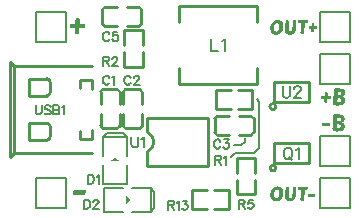
<source format=gto>
G04 Layer: TopSilkLayer*
G04 EasyEDA v6.4.7, 2020-12-07T01:06:49--5:00*
G04 5e8349f5503448508ce6795c89dbbb90,9f54a757970e4a3cb0a7e8d24ad546a0,10*
G04 Gerber Generator version 0.2*
G04 Scale: 100 percent, Rotated: No, Reflected: No *
G04 Dimensions in millimeters *
G04 leading zeros omitted , absolute positions ,3 integer and 3 decimal *
%FSLAX33Y33*%
%MOMM*%
G90*
D02*

%ADD10C,0.254000*%
%ADD28C,0.150012*%
%ADD29C,0.200000*%
%ADD30C,0.203200*%
%ADD31C,0.202999*%
%ADD32C,0.152400*%

%LPD*%
G54D28*
G01X18400Y6299D02*
G01X18400Y6599D01*
G01X17499Y5999D02*
G01X18100Y5999D01*
G01X18400Y6299D01*
G01X17200Y4999D02*
G01X17600Y5399D01*
G01X19200Y5399D01*
G01X19600Y5799D01*
G01X19600Y9699D01*
G01X19400Y9899D01*
G54D10*
G01X13949Y2201D02*
G01X13949Y601D01*
G01X15800Y606D02*
G01X17050Y606D01*
G01X15800Y2206D02*
G01X17050Y2206D01*
G01X15199Y601D02*
G01X13949Y601D01*
G01X15199Y2201D02*
G01X13949Y2201D01*
G01X17050Y2206D02*
G01X17050Y606D01*
G54D29*
G01X8849Y2399D02*
G01X10449Y2399D01*
G01X10449Y399D01*
G01X8849Y399D01*
G01X8049Y399D02*
G01X6449Y399D01*
G01X6449Y2399D01*
G01X8049Y2399D01*
G01X10449Y2399D02*
G01X10449Y2399D01*
G01X10749Y2099D01*
G01X10749Y699D01*
G01X10749Y699D01*
G01X10449Y399D01*
G54D10*
G01X19299Y4950D02*
G01X17699Y4950D01*
G01X17704Y3099D02*
G01X17704Y1849D01*
G01X19304Y3099D02*
G01X19304Y1849D01*
G01X17699Y3699D02*
G01X17699Y4950D01*
G01X19299Y3699D02*
G01X19299Y4950D01*
G01X19304Y1849D02*
G01X17704Y1849D01*
G01X20861Y6215D02*
G01X23858Y6215D01*
G01X23858Y6215D02*
G01X23858Y4488D01*
G01X23858Y4488D02*
G01X20861Y4488D01*
G01X20861Y4488D02*
G01X20861Y6215D01*
G01X12834Y17799D02*
G01X19434Y17799D01*
G01X19434Y16481D01*
G01X19434Y12518D02*
G01X19434Y11200D01*
G01X12834Y11200D01*
G01X12834Y12518D01*
G01X12834Y16481D02*
G01X12834Y17799D01*
G01X20851Y11411D02*
G01X23848Y11411D01*
G01X23848Y11411D02*
G01X23848Y9684D01*
G01X23848Y9684D02*
G01X20851Y9684D01*
G01X20851Y9684D02*
G01X20851Y11411D01*
G54D29*
G01X6400Y5149D02*
G01X6400Y6749D01*
G01X8400Y6749D01*
G01X8400Y5149D01*
G01X8400Y4349D02*
G01X8400Y2749D01*
G01X6400Y2749D01*
G01X6400Y4349D01*
G01X6400Y6749D02*
G01X6400Y6749D01*
G01X6700Y7049D01*
G01X8100Y7049D01*
G01X8100Y7049D01*
G01X8400Y6749D01*
G54D10*
G01X10150Y8350D02*
G01X15250Y8350D01*
G01X15249Y8350D02*
G01X15249Y4249D01*
G01X15249Y4249D02*
G01X10149Y4249D01*
G01X10150Y7100D02*
G01X10150Y8350D01*
G01X10150Y5499D02*
G01X10150Y4249D01*
G54D30*
G01X27269Y11230D02*
G01X24729Y11230D01*
G01X24729Y13770D01*
G01X27269Y13770D01*
G01X27269Y11865D01*
G54D31*
G01X27269Y11230D02*
G01X27269Y11865D01*
G54D30*
G01X27269Y14729D02*
G01X24729Y14729D01*
G01X24729Y17269D01*
G01X27269Y17269D01*
G01X27269Y15364D01*
G54D31*
G01X27269Y14729D02*
G01X27269Y15364D01*
G54D30*
G01X27269Y4229D02*
G01X24729Y4229D01*
G01X24729Y6769D01*
G01X27269Y6769D01*
G01X27269Y4864D01*
G54D31*
G01X27269Y4229D02*
G01X27269Y4864D01*
G54D30*
G01X27269Y729D02*
G01X24729Y729D01*
G01X24729Y3269D01*
G01X27269Y3269D01*
G01X27269Y1364D01*
G54D31*
G01X27269Y729D02*
G01X27269Y1364D01*
G54D10*
G01X9800Y15749D02*
G01X8199Y15749D01*
G01X8205Y13899D02*
G01X8205Y12649D01*
G01X9805Y13899D02*
G01X9805Y12649D01*
G01X8199Y14499D02*
G01X8199Y15749D01*
G01X9800Y14499D02*
G01X9800Y15749D01*
G01X9805Y12649D02*
G01X8205Y12649D01*
G01X15950Y10700D02*
G01X15950Y9099D01*
G01X17800Y9105D02*
G01X19050Y9105D01*
G01X17800Y10705D02*
G01X19050Y10705D01*
G01X17200Y9099D02*
G01X15950Y9099D01*
G01X17200Y10700D02*
G01X15950Y10700D01*
G01X19050Y10705D02*
G01X19050Y9105D01*
G01X8299Y10749D02*
G01X9500Y10749D01*
G01X8099Y8699D02*
G01X8099Y7699D01*
G01X9700Y8699D02*
G01X9700Y7699D01*
G01X8099Y9500D02*
G01X8099Y10499D01*
G01X9700Y9500D02*
G01X9700Y10499D01*
G01X8299Y7449D02*
G01X9500Y7449D01*
G01X8099Y7649D02*
G01X8099Y7699D01*
G01X9700Y7649D02*
G01X9700Y7699D01*
G01X8099Y10549D02*
G01X8099Y10499D01*
G01X9700Y10549D02*
G01X9700Y10499D01*
G01X15850Y7099D02*
G01X15850Y8299D01*
G01X17900Y6899D02*
G01X18900Y6899D01*
G01X17900Y8500D02*
G01X18900Y8500D01*
G01X17099Y6899D02*
G01X16100Y6899D01*
G01X17099Y8500D02*
G01X16100Y8500D01*
G01X19150Y7099D02*
G01X19150Y8299D01*
G01X18950Y6899D02*
G01X18900Y6899D01*
G01X18950Y8500D02*
G01X18900Y8500D01*
G01X16050Y6899D02*
G01X16100Y6899D01*
G01X16050Y8500D02*
G01X16100Y8500D01*
G01X6399Y10749D02*
G01X7600Y10749D01*
G01X6199Y8699D02*
G01X6199Y7699D01*
G01X7800Y8699D02*
G01X7800Y7699D01*
G01X6199Y9500D02*
G01X6199Y10499D01*
G01X7800Y9500D02*
G01X7800Y10499D01*
G01X6399Y7449D02*
G01X7600Y7449D01*
G01X6199Y7649D02*
G01X6199Y7699D01*
G01X7800Y7649D02*
G01X7800Y7699D01*
G01X6199Y10549D02*
G01X6199Y10499D01*
G01X7800Y10549D02*
G01X7800Y10499D01*
G01X9649Y17500D02*
G01X9649Y16299D01*
G01X7599Y17700D02*
G01X6599Y17700D01*
G01X7599Y16099D02*
G01X6599Y16099D01*
G01X8400Y17700D02*
G01X9399Y17700D01*
G01X8400Y16099D02*
G01X9399Y16099D01*
G01X6349Y17500D02*
G01X6349Y16299D01*
G01X6549Y17700D02*
G01X6599Y17700D01*
G01X6549Y16099D02*
G01X6599Y16099D01*
G01X9449Y17700D02*
G01X9399Y17700D01*
G01X9449Y16099D02*
G01X9399Y16099D01*
G54D30*
G01X3269Y14729D02*
G01X729Y14729D01*
G01X729Y17269D01*
G01X3269Y17269D01*
G01X3269Y15364D01*
G54D31*
G01X3269Y14729D02*
G01X3269Y15364D01*
G54D30*
G01X3269Y729D02*
G01X729Y729D01*
G01X729Y3269D01*
G01X3269Y3269D01*
G01X3269Y1364D01*
G54D31*
G01X3269Y729D02*
G01X3269Y1364D01*
G54D10*
G01X5426Y7296D02*
G01X5426Y6536D01*
G01X5426Y6561D02*
G01X4426Y6561D01*
G01X4426Y7261D01*
G01X5426Y11561D02*
G01X5426Y10801D01*
G01X5426Y12761D02*
G01X-1173Y12761D01*
G01X5426Y5361D02*
G01X-1173Y5361D01*
G01X-1173Y12761D02*
G01X-1173Y5361D01*
G01X-1173Y5361D02*
G01X-1473Y5061D01*
G01X-1173Y12761D02*
G01X-1473Y13061D01*
G01X-1473Y5061D01*
G01X5426Y11561D02*
G01X4426Y11561D01*
G01X4426Y10861D01*
G01X126Y11661D02*
G01X1626Y11661D01*
G01X1926Y11361D02*
G01X1926Y10561D01*
G01X126Y10211D02*
G01X1626Y10211D01*
G01X126Y11661D02*
G01X126Y10261D01*
G01X126Y7886D02*
G01X1626Y7886D01*
G01X1926Y7586D02*
G01X1926Y6786D01*
G01X126Y6436D02*
G01X1626Y6436D01*
G01X126Y7886D02*
G01X126Y6486D01*
G54D32*
G01X11899Y1307D02*
G01X11899Y542D01*
G01X11899Y1307D02*
G01X12227Y1307D01*
G01X12336Y1271D01*
G01X12372Y1233D01*
G01X12407Y1162D01*
G01X12407Y1088D01*
G01X12372Y1015D01*
G01X12336Y979D01*
G01X12227Y943D01*
G01X11899Y943D01*
G01X12153Y943D02*
G01X12407Y542D01*
G01X12649Y1162D02*
G01X12722Y1197D01*
G01X12829Y1307D01*
G01X12829Y542D01*
G01X13144Y1307D02*
G01X13543Y1307D01*
G01X13324Y1015D01*
G01X13434Y1015D01*
G01X13507Y979D01*
G01X13543Y943D01*
G01X13578Y834D01*
G01X13578Y761D01*
G01X13543Y651D01*
G01X13469Y580D01*
G01X13362Y542D01*
G01X13253Y542D01*
G01X13144Y580D01*
G01X13106Y616D01*
G01X13070Y689D01*
G01X4801Y1407D02*
G01X4801Y642D01*
G01X4801Y1407D02*
G01X5055Y1407D01*
G01X5164Y1371D01*
G01X5235Y1298D01*
G01X5273Y1224D01*
G01X5309Y1115D01*
G01X5309Y934D01*
G01X5273Y825D01*
G01X5235Y752D01*
G01X5164Y680D01*
G01X5055Y642D01*
G01X4801Y642D01*
G01X5586Y1224D02*
G01X5586Y1262D01*
G01X5621Y1333D01*
G01X5657Y1371D01*
G01X5730Y1407D01*
G01X5875Y1407D01*
G01X5949Y1371D01*
G01X5984Y1333D01*
G01X6023Y1262D01*
G01X6023Y1188D01*
G01X5984Y1115D01*
G01X5913Y1006D01*
G01X5548Y642D01*
G01X6058Y642D01*
G01X17899Y1406D02*
G01X17899Y644D01*
G01X17899Y1406D02*
G01X18226Y1406D01*
G01X18336Y1370D01*
G01X18371Y1335D01*
G01X18409Y1261D01*
G01X18409Y1190D01*
G01X18371Y1116D01*
G01X18336Y1081D01*
G01X18226Y1042D01*
G01X17899Y1042D01*
G01X18155Y1042D02*
G01X18409Y644D01*
G01X19085Y1406D02*
G01X18722Y1406D01*
G01X18686Y1081D01*
G01X18722Y1116D01*
G01X18831Y1152D01*
G01X18940Y1152D01*
G01X19049Y1116D01*
G01X19120Y1042D01*
G01X19159Y933D01*
G01X19159Y862D01*
G01X19120Y753D01*
G01X19049Y679D01*
G01X18940Y644D01*
G01X18831Y644D01*
G01X18722Y679D01*
G01X18686Y715D01*
G01X18648Y788D01*
G01X21977Y5798D02*
G01X21889Y5755D01*
G01X21797Y5664D01*
G01X21751Y5572D01*
G01X21706Y5435D01*
G01X21706Y5209D01*
G01X21751Y5072D01*
G01X21797Y4980D01*
G01X21889Y4891D01*
G01X21977Y4846D01*
G01X22160Y4846D01*
G01X22252Y4891D01*
G01X22343Y4980D01*
G01X22386Y5072D01*
G01X22432Y5209D01*
G01X22432Y5435D01*
G01X22386Y5572D01*
G01X22343Y5664D01*
G01X22252Y5755D01*
G01X22160Y5798D01*
G01X21977Y5798D01*
G01X22115Y5026D02*
G01X22386Y4754D01*
G01X22732Y5618D02*
G01X22823Y5664D01*
G01X22960Y5798D01*
G01X22960Y4846D01*
G01X15534Y15053D02*
G01X15534Y13963D01*
G01X15534Y13963D02*
G01X16157Y13963D01*
G01X16500Y14844D02*
G01X16604Y14898D01*
G01X16761Y15053D01*
G01X16761Y13963D01*
G01X21601Y11009D02*
G01X21601Y10326D01*
G01X21644Y10192D01*
G01X21735Y10100D01*
G01X21872Y10054D01*
G01X21964Y10054D01*
G01X22098Y10100D01*
G01X22190Y10192D01*
G01X22236Y10326D01*
G01X22236Y11009D01*
G01X22581Y10781D02*
G01X22581Y10827D01*
G01X22627Y10918D01*
G01X22673Y10964D01*
G01X22764Y11009D01*
G01X22944Y11009D01*
G01X23036Y10964D01*
G01X23081Y10918D01*
G01X23127Y10827D01*
G01X23127Y10735D01*
G01X23081Y10646D01*
G01X22990Y10509D01*
G01X22535Y10054D01*
G01X23173Y10054D01*
G01X5100Y3508D02*
G01X5100Y2743D01*
G01X5100Y3508D02*
G01X5354Y3508D01*
G01X5464Y3470D01*
G01X5535Y3399D01*
G01X5573Y3325D01*
G01X5608Y3216D01*
G01X5608Y3033D01*
G01X5573Y2924D01*
G01X5535Y2853D01*
G01X5464Y2779D01*
G01X5354Y2743D01*
G01X5100Y2743D01*
G01X5850Y3361D02*
G01X5921Y3399D01*
G01X6030Y3508D01*
G01X6030Y2743D01*
G01X8799Y6707D02*
G01X8799Y6094D01*
G01X8840Y5970D01*
G01X8923Y5889D01*
G01X9045Y5848D01*
G01X9127Y5848D01*
G01X9249Y5889D01*
G01X9332Y5970D01*
G01X9373Y6094D01*
G01X9373Y6707D01*
G01X9642Y6544D02*
G01X9724Y6585D01*
G01X9848Y6707D01*
G01X9848Y5848D01*

%LPD*%
G36*
G01X25257Y10541D02*
G01X25214Y10541D01*
G01X25203Y10539D01*
G01X25195Y10537D01*
G01X25189Y10533D01*
G01X25187Y10528D01*
G01X25185Y10518D01*
G01X25183Y10503D01*
G01X25182Y10483D01*
G01X25179Y10439D01*
G01X25176Y10398D01*
G01X25173Y10359D01*
G01X25169Y10323D01*
G01X25166Y10289D01*
G01X25164Y10257D01*
G01X25161Y10226D01*
G01X25159Y10196D01*
G01X24999Y10196D01*
G01X24977Y10195D01*
G01X24958Y10193D01*
G01X24940Y10188D01*
G01X24925Y10183D01*
G01X24912Y10176D01*
G01X24901Y10169D01*
G01X24890Y10161D01*
G01X24882Y10152D01*
G01X24875Y10142D01*
G01X24869Y10131D01*
G01X24865Y10119D01*
G01X24862Y10107D01*
G01X24859Y10094D01*
G01X24858Y10081D01*
G01X24857Y10069D01*
G01X24856Y10056D01*
G01X24855Y10044D01*
G01X24854Y10033D01*
G01X24853Y10023D01*
G01X24851Y10015D01*
G01X24851Y9975D01*
G01X24853Y9964D01*
G01X24857Y9957D01*
G01X24865Y9953D01*
G01X24874Y9952D01*
G01X25138Y9952D01*
G01X25136Y9921D01*
G01X25134Y9895D01*
G01X25132Y9873D01*
G01X25131Y9855D01*
G01X25130Y9840D01*
G01X25128Y9794D01*
G01X25129Y9772D01*
G01X25131Y9752D01*
G01X25134Y9733D01*
G01X25138Y9716D01*
G01X25144Y9698D01*
G01X25151Y9683D01*
G01X25160Y9668D01*
G01X25169Y9655D01*
G01X25182Y9644D01*
G01X25196Y9634D01*
G01X25214Y9626D01*
G01X25232Y9619D01*
G01X25253Y9613D01*
G01X25277Y9609D01*
G01X25302Y9607D01*
G01X25331Y9606D01*
G01X25343Y9607D01*
G01X25353Y9608D01*
G01X25360Y9611D01*
G01X25364Y9614D01*
G01X25369Y9619D01*
G01X25372Y9626D01*
G01X25374Y9634D01*
G01X25375Y9644D01*
G01X25400Y9952D01*
G01X25557Y9952D01*
G01X25599Y9954D01*
G01X25632Y9961D01*
G01X25658Y9972D01*
G01X25677Y9987D01*
G01X25690Y10008D01*
G01X25699Y10031D01*
G01X25706Y10057D01*
G01X25710Y10086D01*
G01X25715Y10168D01*
G01X25714Y10174D01*
G01X25712Y10179D01*
G01X25709Y10184D01*
G01X25705Y10188D01*
G01X25700Y10192D01*
G01X25695Y10194D01*
G01X25690Y10195D01*
G01X25684Y10196D01*
G01X25420Y10196D01*
G01X25424Y10228D01*
G01X25427Y10256D01*
G01X25429Y10278D01*
G01X25430Y10297D01*
G01X25430Y10379D01*
G01X25429Y10399D01*
G01X25426Y10417D01*
G01X25423Y10434D01*
G01X25417Y10452D01*
G01X25410Y10467D01*
G01X25401Y10481D01*
G01X25390Y10493D01*
G01X25378Y10504D01*
G01X25363Y10515D01*
G01X25347Y10522D01*
G01X25329Y10528D01*
G01X25308Y10534D01*
G01X25283Y10538D01*
G01X25257Y10541D01*
G37*

%LPD*%
G36*
G01X26325Y10836D02*
G01X26292Y10836D01*
G01X26256Y10835D01*
G01X26218Y10833D01*
G01X26177Y10831D01*
G01X26135Y10829D01*
G01X26087Y10827D01*
G01X26034Y10824D01*
G01X25977Y10820D01*
G01X25970Y10820D01*
G01X25960Y10818D01*
G01X25956Y10815D01*
G01X25953Y10812D01*
G01X25950Y10808D01*
G01X25948Y10804D01*
G01X25946Y10798D01*
G01X25945Y10792D01*
G01X25945Y10785D01*
G01X25944Y10777D01*
G01X25944Y10767D01*
G01X25943Y10756D01*
G01X25942Y10744D01*
G01X25942Y10731D01*
G01X25941Y10716D01*
G01X25941Y10676D01*
G01X25940Y10662D01*
G01X25938Y10645D01*
G01X25937Y10623D01*
G01X25936Y10597D01*
G01X25933Y10565D01*
G01X25930Y10527D01*
G01X25927Y10484D01*
G01X25923Y10434D01*
G01X25914Y10312D01*
G01X25900Y10152D01*
G01X25896Y10084D01*
G01X25891Y10022D01*
G01X25887Y9965D01*
G01X25883Y9914D01*
G01X25879Y9869D01*
G01X25877Y9828D01*
G01X25874Y9791D01*
G01X25872Y9759D01*
G01X25870Y9731D01*
G01X25868Y9707D01*
G01X25866Y9686D01*
G01X25865Y9667D01*
G01X25864Y9652D01*
G01X25863Y9638D01*
G01X25863Y9627D01*
G01X25862Y9616D01*
G01X25864Y9587D01*
G01X25867Y9560D01*
G01X25872Y9535D01*
G01X25880Y9512D01*
G01X25891Y9490D01*
G01X25905Y9471D01*
G01X25923Y9454D01*
G01X25944Y9439D01*
G01X25967Y9424D01*
G01X25995Y9413D01*
G01X26027Y9403D01*
G01X26063Y9395D01*
G01X26104Y9389D01*
G01X26150Y9384D01*
G01X26202Y9381D01*
G01X26259Y9380D01*
G01X26426Y9389D01*
G01X26563Y9416D01*
G01X26621Y9435D01*
G01X26674Y9458D01*
G01X26719Y9483D01*
G01X26759Y9512D01*
G01X26793Y9544D01*
G01X26822Y9578D01*
G01X26845Y9615D01*
G01X26863Y9655D01*
G01X26877Y9696D01*
G01X26886Y9738D01*
G01X26892Y9782D01*
G01X26894Y9827D01*
G01X26890Y9883D01*
G01X26882Y9934D01*
G01X26867Y9982D01*
G01X26845Y10025D01*
G01X26817Y10064D01*
G01X26780Y10096D01*
G01X26735Y10122D01*
G01X26680Y10142D01*
G01X26711Y10152D01*
G01X26738Y10165D01*
G01X26763Y10179D01*
G01X26784Y10196D01*
G01X26804Y10213D01*
G01X26821Y10232D01*
G01X26837Y10252D01*
G01X26850Y10274D01*
G01X26861Y10299D01*
G01X26870Y10323D01*
G01X26878Y10348D01*
G01X26883Y10373D01*
G01X26888Y10399D01*
G01X26891Y10424D01*
G01X26893Y10448D01*
G01X26894Y10472D01*
G01X26891Y10514D01*
G01X26885Y10553D01*
G01X26875Y10590D01*
G01X26861Y10625D01*
G01X26843Y10658D01*
G01X26821Y10688D01*
G01X26793Y10715D01*
G01X26761Y10739D01*
G01X26725Y10761D01*
G01X26683Y10780D01*
G01X26636Y10797D01*
G01X26584Y10810D01*
G01X26464Y10830D01*
G01X26325Y10836D01*
G37*

%LPC*%
G36*
G01X26370Y10000D02*
G01X26347Y10000D01*
G01X26333Y9998D01*
G01X26317Y9997D01*
G01X26302Y9995D01*
G01X26285Y9992D01*
G01X26269Y9990D01*
G01X26251Y9987D01*
G01X26231Y9662D01*
G01X26266Y9652D01*
G01X26299Y9645D01*
G01X26330Y9641D01*
G01X26360Y9639D01*
G01X26390Y9640D01*
G01X26416Y9644D01*
G01X26439Y9649D01*
G01X26459Y9657D01*
G01X26477Y9667D01*
G01X26493Y9677D01*
G01X26506Y9690D01*
G01X26518Y9703D01*
G01X26528Y9716D01*
G01X26536Y9730D01*
G01X26542Y9746D01*
G01X26546Y9761D01*
G01X26549Y9778D01*
G01X26552Y9793D01*
G01X26553Y9808D01*
G01X26553Y9822D01*
G01X26551Y9859D01*
G01X26543Y9892D01*
G01X26530Y9922D01*
G01X26513Y9949D01*
G01X26489Y9972D01*
G01X26457Y9987D01*
G01X26418Y9997D01*
G01X26370Y10000D01*
G37*
G36*
G01X26391Y10559D02*
G01X26380Y10559D01*
G01X26369Y10558D01*
G01X26356Y10557D01*
G01X26342Y10556D01*
G01X26329Y10555D01*
G01X26314Y10553D01*
G01X26301Y10551D01*
G01X26286Y10549D01*
G01X26285Y10522D01*
G01X26284Y10493D01*
G01X26283Y10461D01*
G01X26281Y10427D01*
G01X26279Y10392D01*
G01X26276Y10355D01*
G01X26274Y10315D01*
G01X26271Y10274D01*
G01X26302Y10268D01*
G01X26332Y10263D01*
G01X26360Y10260D01*
G01X26386Y10259D01*
G01X26414Y10260D01*
G01X26440Y10263D01*
G01X26463Y10268D01*
G01X26482Y10274D01*
G01X26499Y10281D01*
G01X26514Y10290D01*
G01X26527Y10299D01*
G01X26538Y10310D01*
G01X26548Y10321D01*
G01X26555Y10332D01*
G01X26561Y10345D01*
G01X26566Y10358D01*
G01X26569Y10371D01*
G01X26572Y10383D01*
G01X26573Y10395D01*
G01X26573Y10406D01*
G01X26571Y10437D01*
G01X26563Y10465D01*
G01X26551Y10492D01*
G01X26533Y10516D01*
G01X26509Y10534D01*
G01X26477Y10548D01*
G01X26438Y10556D01*
G01X26391Y10559D01*
G37*

%LPD*%

%LPD*%
G36*
G01X24142Y16369D02*
G01X24105Y16369D01*
G01X24096Y16368D01*
G01X24089Y16366D01*
G01X24086Y16364D01*
G01X24083Y16360D01*
G01X24081Y16351D01*
G01X24080Y16338D01*
G01X24078Y16321D01*
G01X24076Y16284D01*
G01X24073Y16249D01*
G01X24071Y16215D01*
G01X24068Y16184D01*
G01X24065Y16155D01*
G01X24063Y16128D01*
G01X24062Y16102D01*
G01X24060Y16077D01*
G01X23905Y16077D01*
G01X23888Y16075D01*
G01X23873Y16072D01*
G01X23860Y16067D01*
G01X23849Y16061D01*
G01X23839Y16055D01*
G01X23831Y16048D01*
G01X23824Y16039D01*
G01X23818Y16030D01*
G01X23814Y16021D01*
G01X23809Y16011D01*
G01X23806Y16001D01*
G01X23804Y15979D01*
G01X23802Y15968D01*
G01X23801Y15958D01*
G01X23800Y15947D01*
G01X23799Y15938D01*
G01X23799Y15887D01*
G01X23800Y15879D01*
G01X23803Y15874D01*
G01X23808Y15870D01*
G01X23817Y15869D01*
G01X24043Y15869D01*
G01X24040Y15843D01*
G01X24038Y15821D01*
G01X24037Y15802D01*
G01X24035Y15788D01*
G01X24035Y15737D01*
G01X24037Y15699D01*
G01X24039Y15683D01*
G01X24043Y15668D01*
G01X24047Y15654D01*
G01X24053Y15640D01*
G01X24060Y15628D01*
G01X24068Y15617D01*
G01X24078Y15608D01*
G01X24090Y15599D01*
G01X24105Y15592D01*
G01X24121Y15584D01*
G01X24139Y15580D01*
G01X24159Y15577D01*
G01X24181Y15575D01*
G01X24205Y15574D01*
G01X24215Y15575D01*
G01X24224Y15576D01*
G01X24231Y15579D01*
G01X24236Y15582D01*
G01X24238Y15585D01*
G01X24240Y15591D01*
G01X24242Y15598D01*
G01X24243Y15607D01*
G01X24264Y15869D01*
G01X24398Y15869D01*
G01X24433Y15871D01*
G01X24462Y15877D01*
G01X24484Y15886D01*
G01X24500Y15899D01*
G01X24510Y15917D01*
G01X24518Y15937D01*
G01X24524Y15959D01*
G01X24528Y15983D01*
G01X24533Y16052D01*
G01X24532Y16058D01*
G01X24530Y16062D01*
G01X24527Y16067D01*
G01X24519Y16073D01*
G01X24515Y16075D01*
G01X24509Y16077D01*
G01X24281Y16077D01*
G01X24283Y16104D01*
G01X24286Y16127D01*
G01X24287Y16147D01*
G01X24289Y16164D01*
G01X24290Y16177D01*
G01X24291Y16191D01*
G01X24291Y16203D01*
G01X24292Y16214D01*
G01X24291Y16232D01*
G01X24290Y16249D01*
G01X24287Y16265D01*
G01X24284Y16280D01*
G01X24279Y16294D01*
G01X24273Y16306D01*
G01X24265Y16318D01*
G01X24256Y16329D01*
G01X24245Y16338D01*
G01X24233Y16346D01*
G01X24218Y16354D01*
G01X24203Y16359D01*
G01X24185Y16364D01*
G01X24165Y16367D01*
G01X24142Y16369D01*
G37*

%LPD*%
G36*
G01X23758Y16606D02*
G01X22999Y16606D01*
G01X22984Y16605D01*
G01X22971Y16603D01*
G01X22959Y16600D01*
G01X22937Y16590D01*
G01X22928Y16584D01*
G01X22919Y16577D01*
G01X22912Y16570D01*
G01X22906Y16561D01*
G01X22901Y16552D01*
G01X22896Y16542D01*
G01X22892Y16532D01*
G01X22889Y16521D01*
G01X22887Y16510D01*
G01X22886Y16499D01*
G01X22884Y16489D01*
G01X22879Y16392D01*
G01X22880Y16382D01*
G01X22884Y16375D01*
G01X22890Y16371D01*
G01X22900Y16369D01*
G01X23171Y16369D01*
G01X23168Y16333D01*
G01X23166Y16296D01*
G01X23162Y16257D01*
G01X23159Y16217D01*
G01X23156Y16176D01*
G01X23153Y16136D01*
G01X23146Y16054D01*
G01X23143Y16013D01*
G01X23140Y15971D01*
G01X23137Y15930D01*
G01X23133Y15889D01*
G01X23131Y15850D01*
G01X23128Y15811D01*
G01X23126Y15774D01*
G01X23123Y15739D01*
G01X23121Y15706D01*
G01X23119Y15675D01*
G01X23117Y15646D01*
G01X23116Y15620D01*
G01X23115Y15596D01*
G01X23114Y15576D01*
G01X23113Y15558D01*
G01X23113Y15544D01*
G01X23116Y15511D01*
G01X23123Y15483D01*
G01X23136Y15458D01*
G01X23154Y15437D01*
G01X23177Y15420D01*
G01X23207Y15409D01*
G01X23245Y15402D01*
G01X23288Y15399D01*
G01X23382Y15399D01*
G01X23390Y15401D01*
G01X23396Y15406D01*
G01X23400Y15413D01*
G01X23403Y15424D01*
G01X23466Y16369D01*
G01X23649Y16369D01*
G01X23684Y16371D01*
G01X23712Y16377D01*
G01X23735Y16387D01*
G01X23751Y16400D01*
G01X23762Y16417D01*
G01X23770Y16435D01*
G01X23775Y16457D01*
G01X23778Y16481D01*
G01X23786Y16583D01*
G01X23786Y16589D01*
G01X23782Y16597D01*
G01X23778Y16600D01*
G01X23768Y16605D01*
G01X23758Y16606D01*
G37*

%LPD*%
G36*
G01X21983Y16606D02*
G01X21891Y16606D01*
G01X21884Y16605D01*
G01X21879Y16604D01*
G01X21874Y16601D01*
G01X21871Y16598D01*
G01X21867Y16591D01*
G01X21864Y16582D01*
G01X21862Y16570D01*
G01X21861Y16555D01*
G01X21860Y16538D01*
G01X21859Y16517D01*
G01X21858Y16493D01*
G01X21856Y16466D01*
G01X21853Y16436D01*
G01X21850Y16404D01*
G01X21847Y16370D01*
G01X21843Y16334D01*
G01X21840Y16297D01*
G01X21837Y16259D01*
G01X21834Y16220D01*
G01X21830Y16181D01*
G01X21827Y16141D01*
G01X21825Y16102D01*
G01X21821Y16062D01*
G01X21818Y16024D01*
G01X21815Y15988D01*
G01X21813Y15953D01*
G01X21810Y15919D01*
G01X21807Y15887D01*
G01X21806Y15857D01*
G01X21805Y15830D01*
G01X21805Y15785D01*
G01X21806Y15744D01*
G01X21810Y15704D01*
G01X21818Y15667D01*
G01X21828Y15630D01*
G01X21840Y15595D01*
G01X21857Y15561D01*
G01X21876Y15530D01*
G01X21899Y15501D01*
G01X21925Y15474D01*
G01X21955Y15451D01*
G01X21988Y15431D01*
G01X22026Y15414D01*
G01X22067Y15400D01*
G01X22112Y15389D01*
G01X22161Y15383D01*
G01X22214Y15381D01*
G01X22267Y15383D01*
G01X22315Y15389D01*
G01X22361Y15399D01*
G01X22402Y15412D01*
G01X22441Y15427D01*
G01X22476Y15444D01*
G01X22509Y15464D01*
G01X22539Y15485D01*
G01X22565Y15509D01*
G01X22590Y15535D01*
G01X22611Y15563D01*
G01X22630Y15592D01*
G01X22647Y15622D01*
G01X22662Y15652D01*
G01X22675Y15683D01*
G01X22686Y15714D01*
G01X22697Y15746D01*
G01X22706Y15777D01*
G01X22713Y15810D01*
G01X22719Y15841D01*
G01X22724Y15871D01*
G01X22728Y15899D01*
G01X22731Y15927D01*
G01X22735Y15953D01*
G01X22737Y15986D01*
G01X22740Y16021D01*
G01X22742Y16059D01*
G01X22745Y16100D01*
G01X22747Y16142D01*
G01X22750Y16182D01*
G01X22752Y16221D01*
G01X22755Y16260D01*
G01X22756Y16298D01*
G01X22757Y16334D01*
G01X22758Y16368D01*
G01X22760Y16400D01*
G01X22761Y16428D01*
G01X22762Y16451D01*
G01X22762Y16496D01*
G01X22761Y16508D01*
G01X22759Y16519D01*
G01X22757Y16529D01*
G01X22755Y16541D01*
G01X22751Y16551D01*
G01X22745Y16561D01*
G01X22737Y16570D01*
G01X22727Y16577D01*
G01X22715Y16584D01*
G01X22702Y16590D01*
G01X22686Y16595D01*
G01X22668Y16600D01*
G01X22647Y16603D01*
G01X22622Y16605D01*
G01X22595Y16606D01*
G01X22503Y16606D01*
G01X22495Y16605D01*
G01X22489Y16604D01*
G01X22484Y16601D01*
G01X22481Y16598D01*
G01X22478Y16591D01*
G01X22476Y16582D01*
G01X22475Y16570D01*
G01X22475Y16522D01*
G01X22474Y16499D01*
G01X22473Y16471D01*
G01X22470Y16440D01*
G01X22468Y16407D01*
G01X22465Y16372D01*
G01X22463Y16334D01*
G01X22459Y16293D01*
G01X22455Y16250D01*
G01X22451Y16206D01*
G01X22444Y16116D01*
G01X22440Y16071D01*
G01X22437Y16027D01*
G01X22435Y15983D01*
G01X22432Y15964D01*
G01X22429Y15943D01*
G01X22426Y15919D01*
G01X22422Y15892D01*
G01X22418Y15863D01*
G01X22412Y15835D01*
G01X22405Y15807D01*
G01X22397Y15780D01*
G01X22386Y15754D01*
G01X22372Y15730D01*
G01X22358Y15707D01*
G01X22341Y15686D01*
G01X22321Y15669D01*
G01X22298Y15658D01*
G01X22274Y15650D01*
G01X22247Y15648D01*
G01X22224Y15649D01*
G01X22205Y15654D01*
G01X22188Y15661D01*
G01X22176Y15671D01*
G01X22164Y15683D01*
G01X22154Y15696D01*
G01X22146Y15711D01*
G01X22140Y15727D01*
G01X22135Y15744D01*
G01X22130Y15762D01*
G01X22127Y15780D01*
G01X22125Y15798D01*
G01X22124Y15817D01*
G01X22122Y15851D01*
G01X22122Y15876D01*
G01X22123Y15889D01*
G01X22124Y15907D01*
G01X22125Y15927D01*
G01X22126Y15951D01*
G01X22128Y15977D01*
G01X22130Y16005D01*
G01X22133Y16034D01*
G01X22135Y16065D01*
G01X22137Y16097D01*
G01X22139Y16130D01*
G01X22140Y16164D01*
G01X22143Y16196D01*
G01X22145Y16228D01*
G01X22148Y16259D01*
G01X22150Y16288D01*
G01X22151Y16316D01*
G01X22153Y16342D01*
G01X22154Y16366D01*
G01X22155Y16387D01*
G01X22156Y16404D01*
G01X22157Y16417D01*
G01X22157Y16426D01*
G01X22158Y16430D01*
G01X22155Y16472D01*
G01X22149Y16508D01*
G01X22138Y16538D01*
G01X22122Y16562D01*
G01X22100Y16581D01*
G01X22070Y16595D01*
G01X22030Y16603D01*
G01X21983Y16606D01*
G37*

%LPD*%
G36*
G01X21248Y16624D02*
G01X21188Y16626D01*
G01X21026Y16611D01*
G01X20893Y16565D01*
G01X20785Y16494D01*
G01X20700Y16405D01*
G01X20667Y16355D01*
G01X20639Y16301D01*
G01X20616Y16243D01*
G01X20598Y16181D01*
G01X20576Y16053D01*
G01X20568Y15922D01*
G01X20569Y15866D01*
G01X20574Y15813D01*
G01X20581Y15761D01*
G01X20591Y15711D01*
G01X20604Y15664D01*
G01X20622Y15619D01*
G01X20644Y15577D01*
G01X20670Y15539D01*
G01X20698Y15505D01*
G01X20733Y15475D01*
G01X20772Y15448D01*
G01X20817Y15424D01*
G01X20866Y15406D01*
G01X20921Y15392D01*
G01X20982Y15384D01*
G01X21051Y15381D01*
G01X21112Y15383D01*
G01X21169Y15390D01*
G01X21222Y15401D01*
G01X21271Y15417D01*
G01X21317Y15436D01*
G01X21358Y15458D01*
G01X21396Y15483D01*
G01X21432Y15511D01*
G01X21464Y15540D01*
G01X21493Y15572D01*
G01X21518Y15606D01*
G01X21541Y15643D01*
G01X21561Y15680D01*
G01X21579Y15719D01*
G01X21596Y15758D01*
G01X21609Y15798D01*
G01X21621Y15838D01*
G01X21630Y15879D01*
G01X21637Y15918D01*
G01X21647Y15998D01*
G01X21650Y16036D01*
G01X21652Y16073D01*
G01X21652Y16108D01*
G01X21651Y16167D01*
G01X21646Y16224D01*
G01X21638Y16276D01*
G01X21627Y16326D01*
G01X21612Y16371D01*
G01X21594Y16414D01*
G01X21572Y16453D01*
G01X21546Y16489D01*
G01X21516Y16520D01*
G01X21482Y16547D01*
G01X21443Y16570D01*
G01X21401Y16590D01*
G01X21354Y16606D01*
G01X21303Y16617D01*
G01X21248Y16624D01*
G37*

%LPC*%
G36*
G01X21198Y16357D02*
G01X21152Y16362D01*
G01X21124Y16361D01*
G01X21097Y16357D01*
G01X21073Y16351D01*
G01X21051Y16341D01*
G01X21030Y16329D01*
G01X21010Y16315D01*
G01X20993Y16300D01*
G01X20977Y16283D01*
G01X20962Y16265D01*
G01X20949Y16245D01*
G01X20938Y16226D01*
G01X20929Y16204D01*
G01X20920Y16181D01*
G01X20913Y16158D01*
G01X20906Y16136D01*
G01X20896Y16090D01*
G01X20893Y16067D01*
G01X20889Y16044D01*
G01X20888Y16021D01*
G01X20885Y16001D01*
G01X20884Y15981D01*
G01X20883Y15962D01*
G01X20883Y15945D01*
G01X20886Y15873D01*
G01X20896Y15811D01*
G01X20913Y15760D01*
G01X20936Y15719D01*
G01X20964Y15688D01*
G01X20998Y15666D01*
G01X21038Y15653D01*
G01X21084Y15648D01*
G01X21120Y15651D01*
G01X21153Y15661D01*
G01X21184Y15676D01*
G01X21211Y15699D01*
G01X21233Y15724D01*
G01X21254Y15753D01*
G01X21271Y15784D01*
G01X21287Y15818D01*
G01X21299Y15854D01*
G01X21310Y15891D01*
G01X21319Y15928D01*
G01X21325Y15965D01*
G01X21329Y16001D01*
G01X21332Y16034D01*
G01X21334Y16065D01*
G01X21335Y16092D01*
G01X21332Y16151D01*
G01X21325Y16204D01*
G01X21312Y16250D01*
G01X21294Y16291D01*
G01X21269Y16322D01*
G01X21237Y16344D01*
G01X21198Y16357D01*
G37*

%LPD*%

%LPD*%
G36*
G01X25589Y7888D02*
G01X25045Y7888D01*
G01X25024Y7887D01*
G01X25004Y7885D01*
G01X24987Y7881D01*
G01X24972Y7875D01*
G01X24959Y7868D01*
G01X24947Y7861D01*
G01X24937Y7853D01*
G01X24929Y7845D01*
G01X24921Y7834D01*
G01X24916Y7823D01*
G01X24911Y7811D01*
G01X24908Y7799D01*
G01X24904Y7773D01*
G01X24901Y7748D01*
G01X24896Y7639D01*
G01X24897Y7630D01*
G01X24901Y7624D01*
G01X24909Y7620D01*
G01X24918Y7619D01*
G01X25462Y7619D01*
G01X25503Y7621D01*
G01X25536Y7627D01*
G01X25563Y7638D01*
G01X25581Y7654D01*
G01X25594Y7674D01*
G01X25604Y7697D01*
G01X25610Y7723D01*
G01X25614Y7751D01*
G01X25622Y7860D01*
G01X25621Y7866D01*
G01X25619Y7871D01*
G01X25616Y7876D01*
G01X25612Y7880D01*
G01X25607Y7884D01*
G01X25601Y7886D01*
G01X25589Y7888D01*
G37*

%LPD*%
G36*
G01X26285Y8635D02*
G01X26253Y8635D01*
G01X26218Y8634D01*
G01X26181Y8633D01*
G01X26140Y8632D01*
G01X26096Y8629D01*
G01X26048Y8626D01*
G01X25996Y8623D01*
G01X25940Y8619D01*
G01X25932Y8619D01*
G01X25927Y8618D01*
G01X25922Y8616D01*
G01X25919Y8614D01*
G01X25913Y8608D01*
G01X25911Y8604D01*
G01X25909Y8599D01*
G01X25908Y8592D01*
G01X25906Y8585D01*
G01X25905Y8577D01*
G01X25904Y8568D01*
G01X25904Y8507D01*
G01X25903Y8498D01*
G01X25902Y8488D01*
G01X25901Y8477D01*
G01X25901Y8463D01*
G01X25900Y8445D01*
G01X25899Y8423D01*
G01X25896Y8396D01*
G01X25895Y8365D01*
G01X25893Y8328D01*
G01X25890Y8285D01*
G01X25886Y8236D01*
G01X25877Y8113D01*
G01X25863Y7954D01*
G01X25858Y7885D01*
G01X25853Y7822D01*
G01X25849Y7765D01*
G01X25846Y7715D01*
G01X25842Y7669D01*
G01X25838Y7628D01*
G01X25836Y7592D01*
G01X25833Y7560D01*
G01X25832Y7531D01*
G01X25830Y7506D01*
G01X25829Y7484D01*
G01X25828Y7466D01*
G01X25827Y7450D01*
G01X25826Y7437D01*
G01X25826Y7425D01*
G01X25825Y7415D01*
G01X25826Y7386D01*
G01X25830Y7359D01*
G01X25835Y7334D01*
G01X25843Y7311D01*
G01X25853Y7290D01*
G01X25866Y7271D01*
G01X25883Y7254D01*
G01X25904Y7238D01*
G01X25929Y7224D01*
G01X25957Y7213D01*
G01X25990Y7203D01*
G01X26026Y7194D01*
G01X26067Y7188D01*
G01X26112Y7183D01*
G01X26163Y7180D01*
G01X26219Y7179D01*
G01X26389Y7188D01*
G01X26526Y7215D01*
G01X26584Y7235D01*
G01X26636Y7258D01*
G01X26682Y7285D01*
G01X26722Y7314D01*
G01X26756Y7345D01*
G01X26785Y7379D01*
G01X26808Y7415D01*
G01X26826Y7453D01*
G01X26839Y7495D01*
G01X26849Y7538D01*
G01X26854Y7582D01*
G01X26856Y7629D01*
G01X26853Y7683D01*
G01X26844Y7733D01*
G01X26830Y7781D01*
G01X26808Y7824D01*
G01X26780Y7863D01*
G01X26743Y7896D01*
G01X26697Y7923D01*
G01X26643Y7944D01*
G01X26674Y7952D01*
G01X26701Y7964D01*
G01X26725Y7978D01*
G01X26747Y7994D01*
G01X26767Y8013D01*
G01X26799Y8053D01*
G01X26811Y8076D01*
G01X26822Y8099D01*
G01X26833Y8123D01*
G01X26840Y8147D01*
G01X26846Y8172D01*
G01X26851Y8198D01*
G01X26854Y8223D01*
G01X26856Y8247D01*
G01X26856Y8271D01*
G01X26854Y8313D01*
G01X26848Y8353D01*
G01X26838Y8391D01*
G01X26823Y8426D01*
G01X26805Y8458D01*
G01X26782Y8488D01*
G01X26755Y8515D01*
G01X26724Y8541D01*
G01X26688Y8562D01*
G01X26646Y8581D01*
G01X26599Y8597D01*
G01X26547Y8612D01*
G01X26427Y8629D01*
G01X26285Y8635D01*
G37*

%LPC*%
G36*
G01X26333Y7799D02*
G01X26322Y7799D01*
G01X26308Y7798D01*
G01X26295Y7797D01*
G01X26280Y7796D01*
G01X26264Y7795D01*
G01X26247Y7793D01*
G01X26231Y7791D01*
G01X26214Y7789D01*
G01X26191Y7461D01*
G01X26227Y7452D01*
G01X26260Y7446D01*
G01X26292Y7442D01*
G01X26321Y7441D01*
G01X26351Y7442D01*
G01X26378Y7445D01*
G01X26402Y7451D01*
G01X26422Y7458D01*
G01X26440Y7468D01*
G01X26456Y7478D01*
G01X26469Y7489D01*
G01X26481Y7502D01*
G01X26490Y7516D01*
G01X26498Y7531D01*
G01X26504Y7546D01*
G01X26508Y7563D01*
G01X26512Y7579D01*
G01X26516Y7609D01*
G01X26516Y7624D01*
G01X26514Y7659D01*
G01X26506Y7692D01*
G01X26493Y7721D01*
G01X26475Y7748D01*
G01X26451Y7770D01*
G01X26419Y7786D01*
G01X26379Y7796D01*
G01X26333Y7799D01*
G37*
G36*
G01X26354Y8360D02*
G01X26330Y8360D01*
G01X26318Y8359D01*
G01X26305Y8358D01*
G01X26292Y8355D01*
G01X26277Y8353D01*
G01X26264Y8352D01*
G01X26249Y8350D01*
G01X26247Y8323D01*
G01X26245Y8293D01*
G01X26243Y8262D01*
G01X26242Y8228D01*
G01X26240Y8192D01*
G01X26239Y8154D01*
G01X26237Y8116D01*
G01X26234Y8076D01*
G01X26265Y8069D01*
G01X26295Y8064D01*
G01X26323Y8061D01*
G01X26348Y8060D01*
G01X26376Y8061D01*
G01X26401Y8064D01*
G01X26423Y8068D01*
G01X26442Y8073D01*
G01X26461Y8081D01*
G01X26476Y8089D01*
G01X26490Y8099D01*
G01X26501Y8109D01*
G01X26510Y8120D01*
G01X26518Y8132D01*
G01X26524Y8144D01*
G01X26529Y8157D01*
G01X26532Y8170D01*
G01X26534Y8182D01*
G01X26536Y8195D01*
G01X26536Y8208D01*
G01X26534Y8237D01*
G01X26526Y8265D01*
G01X26512Y8291D01*
G01X26493Y8314D01*
G01X26469Y8334D01*
G01X26438Y8349D01*
G01X26400Y8357D01*
G01X26354Y8360D01*
G37*

%LPD*%

%LPD*%
G36*
G01X24338Y1884D02*
G01X23876Y1884D01*
G01X23858Y1883D01*
G01X23841Y1881D01*
G01X23826Y1878D01*
G01X23813Y1874D01*
G01X23802Y1868D01*
G01X23792Y1862D01*
G01X23784Y1855D01*
G01X23777Y1848D01*
G01X23771Y1839D01*
G01X23766Y1829D01*
G01X23762Y1820D01*
G01X23759Y1810D01*
G01X23757Y1798D01*
G01X23755Y1787D01*
G01X23754Y1775D01*
G01X23754Y1764D01*
G01X23749Y1673D01*
G01X23750Y1665D01*
G01X23754Y1659D01*
G01X23759Y1656D01*
G01X23767Y1655D01*
G01X24229Y1655D01*
G01X24264Y1657D01*
G01X24293Y1663D01*
G01X24315Y1672D01*
G01X24331Y1686D01*
G01X24342Y1703D01*
G01X24350Y1723D01*
G01X24356Y1745D01*
G01X24359Y1769D01*
G01X24366Y1861D01*
G01X24366Y1866D01*
G01X24364Y1872D01*
G01X24361Y1876D01*
G01X24356Y1879D01*
G01X24352Y1881D01*
G01X24348Y1882D01*
G01X24338Y1884D01*
G37*

%LPD*%
G36*
G01X23759Y2506D02*
G01X23000Y2506D01*
G01X22985Y2505D01*
G01X22971Y2503D01*
G01X22958Y2500D01*
G01X22946Y2496D01*
G01X22936Y2490D01*
G01X22918Y2478D01*
G01X22911Y2470D01*
G01X22905Y2461D01*
G01X22900Y2452D01*
G01X22896Y2442D01*
G01X22893Y2432D01*
G01X22889Y2421D01*
G01X22887Y2409D01*
G01X22885Y2387D01*
G01X22880Y2293D01*
G01X22881Y2282D01*
G01X22885Y2275D01*
G01X22890Y2271D01*
G01X22898Y2270D01*
G01X23170Y2270D01*
G01X23167Y2233D01*
G01X23165Y2196D01*
G01X23162Y2157D01*
G01X23160Y2117D01*
G01X23153Y2035D01*
G01X23150Y1994D01*
G01X23147Y1952D01*
G01X23140Y1871D01*
G01X23137Y1830D01*
G01X23131Y1750D01*
G01X23127Y1711D01*
G01X23124Y1675D01*
G01X23122Y1640D01*
G01X23119Y1606D01*
G01X23117Y1575D01*
G01X23116Y1547D01*
G01X23114Y1520D01*
G01X23113Y1497D01*
G01X23112Y1476D01*
G01X23111Y1459D01*
G01X23111Y1444D01*
G01X23114Y1412D01*
G01X23122Y1383D01*
G01X23134Y1358D01*
G01X23152Y1338D01*
G01X23177Y1321D01*
G01X23208Y1309D01*
G01X23246Y1302D01*
G01X23289Y1299D01*
G01X23383Y1299D01*
G01X23391Y1301D01*
G01X23396Y1306D01*
G01X23400Y1314D01*
G01X23401Y1325D01*
G01X23467Y2270D01*
G01X23650Y2270D01*
G01X23685Y2271D01*
G01X23713Y2277D01*
G01X23736Y2287D01*
G01X23752Y2300D01*
G01X23762Y2317D01*
G01X23770Y2336D01*
G01X23776Y2357D01*
G01X23779Y2382D01*
G01X23785Y2483D01*
G01X23784Y2489D01*
G01X23783Y2494D01*
G01X23780Y2498D01*
G01X23777Y2501D01*
G01X23773Y2503D01*
G01X23769Y2504D01*
G01X23759Y2506D01*
G37*

%LPD*%
G36*
G01X21984Y2506D02*
G01X21890Y2506D01*
G01X21878Y2504D01*
G01X21873Y2501D01*
G01X21869Y2498D01*
G01X21866Y2492D01*
G01X21864Y2482D01*
G01X21862Y2470D01*
G01X21862Y2455D01*
G01X21860Y2438D01*
G01X21859Y2418D01*
G01X21856Y2394D01*
G01X21854Y2366D01*
G01X21852Y2336D01*
G01X21849Y2304D01*
G01X21847Y2270D01*
G01X21844Y2234D01*
G01X21837Y2159D01*
G01X21834Y2120D01*
G01X21831Y2082D01*
G01X21828Y2041D01*
G01X21824Y2002D01*
G01X21821Y1962D01*
G01X21819Y1924D01*
G01X21815Y1888D01*
G01X21812Y1853D01*
G01X21810Y1819D01*
G01X21808Y1787D01*
G01X21807Y1757D01*
G01X21806Y1730D01*
G01X21806Y1686D01*
G01X21807Y1644D01*
G01X21811Y1604D01*
G01X21817Y1565D01*
G01X21826Y1528D01*
G01X21839Y1493D01*
G01X21856Y1461D01*
G01X21876Y1430D01*
G01X21900Y1401D01*
G01X21926Y1375D01*
G01X21956Y1351D01*
G01X21989Y1332D01*
G01X22027Y1315D01*
G01X22068Y1300D01*
G01X22113Y1290D01*
G01X22162Y1284D01*
G01X22215Y1282D01*
G01X22268Y1283D01*
G01X22316Y1288D01*
G01X22362Y1297D01*
G01X22403Y1310D01*
G01X22440Y1325D01*
G01X22476Y1343D01*
G01X22508Y1363D01*
G01X22537Y1386D01*
G01X22564Y1409D01*
G01X22588Y1435D01*
G01X22610Y1463D01*
G01X22629Y1493D01*
G01X22646Y1522D01*
G01X22661Y1552D01*
G01X22675Y1583D01*
G01X22687Y1614D01*
G01X22697Y1646D01*
G01X22705Y1678D01*
G01X22712Y1709D01*
G01X22718Y1741D01*
G01X22722Y1771D01*
G01X22726Y1800D01*
G01X22730Y1827D01*
G01X22733Y1853D01*
G01X22737Y1886D01*
G01X22740Y1922D01*
G01X22743Y1960D01*
G01X22746Y2001D01*
G01X22748Y2042D01*
G01X22752Y2122D01*
G01X22753Y2161D01*
G01X22755Y2199D01*
G01X22758Y2235D01*
G01X22759Y2268D01*
G01X22761Y2300D01*
G01X22762Y2328D01*
G01X22763Y2352D01*
G01X22763Y2395D01*
G01X22762Y2407D01*
G01X22760Y2418D01*
G01X22758Y2430D01*
G01X22755Y2440D01*
G01X22751Y2451D01*
G01X22745Y2461D01*
G01X22738Y2470D01*
G01X22728Y2478D01*
G01X22716Y2484D01*
G01X22703Y2490D01*
G01X22687Y2496D01*
G01X22669Y2500D01*
G01X22648Y2503D01*
G01X22623Y2505D01*
G01X22596Y2506D01*
G01X22502Y2506D01*
G01X22494Y2505D01*
G01X22487Y2504D01*
G01X22482Y2501D01*
G01X22479Y2498D01*
G01X22476Y2492D01*
G01X22475Y2482D01*
G01X22474Y2470D01*
G01X22474Y2455D01*
G01X22473Y2441D01*
G01X22473Y2423D01*
G01X22472Y2399D01*
G01X22471Y2371D01*
G01X22470Y2341D01*
G01X22467Y2308D01*
G01X22465Y2272D01*
G01X22461Y2234D01*
G01X22458Y2193D01*
G01X22456Y2150D01*
G01X22452Y2106D01*
G01X22449Y2061D01*
G01X22444Y2016D01*
G01X22441Y1971D01*
G01X22437Y1927D01*
G01X22433Y1884D01*
G01X22432Y1864D01*
G01X22429Y1843D01*
G01X22427Y1819D01*
G01X22423Y1792D01*
G01X22419Y1763D01*
G01X22412Y1735D01*
G01X22404Y1707D01*
G01X22395Y1680D01*
G01X22385Y1655D01*
G01X22372Y1630D01*
G01X22357Y1607D01*
G01X22339Y1587D01*
G01X22320Y1570D01*
G01X22298Y1558D01*
G01X22273Y1550D01*
G01X22245Y1548D01*
G01X22223Y1549D01*
G01X22205Y1554D01*
G01X22188Y1561D01*
G01X22174Y1571D01*
G01X22164Y1583D01*
G01X22154Y1597D01*
G01X22146Y1611D01*
G01X22139Y1627D01*
G01X22134Y1645D01*
G01X22131Y1663D01*
G01X22127Y1680D01*
G01X22126Y1698D01*
G01X22125Y1717D01*
G01X22124Y1734D01*
G01X22123Y1750D01*
G01X22123Y1774D01*
G01X22124Y1788D01*
G01X22125Y1805D01*
G01X22127Y1851D01*
G01X22129Y1877D01*
G01X22131Y1905D01*
G01X22134Y1934D01*
G01X22135Y1965D01*
G01X22137Y1997D01*
G01X22139Y2030D01*
G01X22141Y2064D01*
G01X22143Y2097D01*
G01X22146Y2128D01*
G01X22147Y2159D01*
G01X22149Y2188D01*
G01X22151Y2216D01*
G01X22153Y2242D01*
G01X22155Y2266D01*
G01X22156Y2288D01*
G01X22157Y2304D01*
G01X22158Y2317D01*
G01X22158Y2326D01*
G01X22159Y2331D01*
G01X22156Y2371D01*
G01X22150Y2407D01*
G01X22139Y2437D01*
G01X22123Y2463D01*
G01X22101Y2482D01*
G01X22071Y2495D01*
G01X22031Y2503D01*
G01X21984Y2506D01*
G37*

%LPD*%
G36*
G01X21249Y2524D02*
G01X21189Y2526D01*
G01X21026Y2511D01*
G01X20892Y2465D01*
G01X20784Y2395D01*
G01X20701Y2305D01*
G01X20668Y2254D01*
G01X20640Y2200D01*
G01X20617Y2142D01*
G01X20599Y2082D01*
G01X20575Y1953D01*
G01X20566Y1823D01*
G01X20568Y1766D01*
G01X20572Y1713D01*
G01X20581Y1661D01*
G01X20592Y1612D01*
G01X20605Y1564D01*
G01X20622Y1519D01*
G01X20643Y1477D01*
G01X20668Y1439D01*
G01X20698Y1405D01*
G01X20734Y1375D01*
G01X20773Y1348D01*
G01X20818Y1325D01*
G01X20867Y1306D01*
G01X20922Y1292D01*
G01X20983Y1284D01*
G01X21052Y1282D01*
G01X21113Y1284D01*
G01X21170Y1290D01*
G01X21223Y1302D01*
G01X21273Y1317D01*
G01X21317Y1336D01*
G01X21358Y1358D01*
G01X21396Y1383D01*
G01X21433Y1411D01*
G01X21464Y1440D01*
G01X21493Y1472D01*
G01X21518Y1506D01*
G01X21542Y1543D01*
G01X21562Y1580D01*
G01X21580Y1619D01*
G01X21595Y1658D01*
G01X21608Y1698D01*
G01X21619Y1738D01*
G01X21629Y1779D01*
G01X21637Y1819D01*
G01X21643Y1858D01*
G01X21646Y1898D01*
G01X21649Y1936D01*
G01X21650Y1973D01*
G01X21651Y2008D01*
G01X21649Y2067D01*
G01X21644Y2123D01*
G01X21637Y2176D01*
G01X21626Y2227D01*
G01X21611Y2272D01*
G01X21593Y2314D01*
G01X21570Y2353D01*
G01X21544Y2389D01*
G01X21514Y2420D01*
G01X21480Y2448D01*
G01X21442Y2471D01*
G01X21400Y2491D01*
G01X21354Y2506D01*
G01X21303Y2517D01*
G01X21249Y2524D01*
G37*

%LPC*%
G36*
G01X21199Y2257D02*
G01X21153Y2262D01*
G01X21124Y2261D01*
G01X21097Y2257D01*
G01X21071Y2250D01*
G01X21049Y2242D01*
G01X21028Y2229D01*
G01X21009Y2215D01*
G01X20991Y2200D01*
G01X20975Y2183D01*
G01X20962Y2165D01*
G01X20950Y2146D01*
G01X20939Y2126D01*
G01X20930Y2105D01*
G01X20921Y2082D01*
G01X20907Y2036D01*
G01X20902Y2013D01*
G01X20897Y1989D01*
G01X20893Y1966D01*
G01X20889Y1944D01*
G01X20886Y1922D01*
G01X20885Y1900D01*
G01X20884Y1881D01*
G01X20884Y1846D01*
G01X20887Y1773D01*
G01X20897Y1711D01*
G01X20912Y1660D01*
G01X20935Y1620D01*
G01X20964Y1588D01*
G01X20998Y1566D01*
G01X21037Y1552D01*
G01X21082Y1548D01*
G01X21120Y1551D01*
G01X21153Y1561D01*
G01X21183Y1577D01*
G01X21209Y1599D01*
G01X21233Y1625D01*
G01X21254Y1653D01*
G01X21272Y1684D01*
G01X21288Y1719D01*
G01X21300Y1754D01*
G01X21311Y1791D01*
G01X21320Y1828D01*
G01X21326Y1866D01*
G01X21330Y1901D01*
G01X21333Y1934D01*
G01X21336Y1965D01*
G01X21336Y1993D01*
G01X21333Y2051D01*
G01X21325Y2104D01*
G01X21312Y2149D01*
G01X21293Y2188D01*
G01X21269Y2221D01*
G01X21237Y2243D01*
G01X21199Y2257D01*
G37*

%LPD*%
G01X6400Y13508D02*
G01X6400Y12743D01*
G01X6400Y13508D02*
G01X6728Y13508D01*
G01X6835Y13469D01*
G01X6873Y13434D01*
G01X6908Y13360D01*
G01X6908Y13289D01*
G01X6873Y13215D01*
G01X6835Y13180D01*
G01X6728Y13144D01*
G01X6400Y13144D01*
G01X6654Y13144D02*
G01X6908Y12743D01*
G01X7185Y13325D02*
G01X7185Y13360D01*
G01X7221Y13434D01*
G01X7259Y13469D01*
G01X7330Y13508D01*
G01X7475Y13508D01*
G01X7548Y13469D01*
G01X7584Y13434D01*
G01X7622Y13360D01*
G01X7622Y13289D01*
G01X7584Y13215D01*
G01X7513Y13106D01*
G01X7150Y12743D01*
G01X7658Y12743D01*
G01X15900Y5106D02*
G01X15900Y4342D01*
G01X15900Y5106D02*
G01X16227Y5106D01*
G01X16337Y5071D01*
G01X16372Y5035D01*
G01X16408Y4962D01*
G01X16408Y4888D01*
G01X16372Y4817D01*
G01X16337Y4779D01*
G01X16227Y4743D01*
G01X15900Y4743D01*
G01X16154Y4743D02*
G01X16408Y4342D01*
G01X16649Y4962D02*
G01X16720Y4997D01*
G01X16829Y5106D01*
G01X16829Y4342D01*
G01X8746Y11726D02*
G01X8708Y11797D01*
G01X8636Y11870D01*
G01X8563Y11906D01*
G01X8418Y11906D01*
G01X8344Y11870D01*
G01X8273Y11797D01*
G01X8235Y11726D01*
G01X8200Y11616D01*
G01X8200Y11434D01*
G01X8235Y11324D01*
G01X8273Y11253D01*
G01X8344Y11180D01*
G01X8418Y11144D01*
G01X8563Y11144D01*
G01X8636Y11180D01*
G01X8708Y11253D01*
G01X8746Y11324D01*
G01X9023Y11726D02*
G01X9023Y11761D01*
G01X9058Y11835D01*
G01X9094Y11870D01*
G01X9167Y11906D01*
G01X9312Y11906D01*
G01X9386Y11870D01*
G01X9421Y11835D01*
G01X9457Y11761D01*
G01X9457Y11688D01*
G01X9421Y11616D01*
G01X9348Y11507D01*
G01X8984Y11144D01*
G01X9495Y11144D01*
G01X16344Y6324D02*
G01X16308Y6398D01*
G01X16235Y6471D01*
G01X16164Y6507D01*
G01X16019Y6507D01*
G01X15945Y6471D01*
G01X15872Y6398D01*
G01X15836Y6324D01*
G01X15800Y6215D01*
G01X15800Y6035D01*
G01X15836Y5925D01*
G01X15872Y5852D01*
G01X15945Y5781D01*
G01X16019Y5742D01*
G01X16164Y5742D01*
G01X16235Y5781D01*
G01X16308Y5852D01*
G01X16344Y5925D01*
G01X16656Y6507D02*
G01X17058Y6507D01*
G01X16839Y6215D01*
G01X16949Y6215D01*
G01X17022Y6179D01*
G01X17058Y6144D01*
G01X17093Y6035D01*
G01X17093Y5961D01*
G01X17058Y5852D01*
G01X16984Y5781D01*
G01X16875Y5742D01*
G01X16766Y5742D01*
G01X16656Y5781D01*
G01X16621Y5816D01*
G01X16585Y5890D01*
G01X6944Y11726D02*
G01X6908Y11797D01*
G01X6835Y11870D01*
G01X6764Y11906D01*
G01X6619Y11906D01*
G01X6545Y11870D01*
G01X6471Y11797D01*
G01X6436Y11726D01*
G01X6400Y11616D01*
G01X6400Y11434D01*
G01X6436Y11324D01*
G01X6471Y11253D01*
G01X6545Y11180D01*
G01X6619Y11144D01*
G01X6764Y11144D01*
G01X6835Y11180D01*
G01X6908Y11253D01*
G01X6944Y11324D01*
G01X7185Y11761D02*
G01X7259Y11797D01*
G01X7368Y11906D01*
G01X7368Y11144D01*
G01X6945Y15425D02*
G01X6909Y15498D01*
G01X6836Y15569D01*
G01X6764Y15608D01*
G01X6617Y15608D01*
G01X6546Y15569D01*
G01X6472Y15498D01*
G01X6437Y15425D01*
G01X6399Y15315D01*
G01X6399Y15135D01*
G01X6437Y15026D01*
G01X6472Y14952D01*
G01X6546Y14879D01*
G01X6617Y14843D01*
G01X6764Y14843D01*
G01X6836Y14879D01*
G01X6909Y14952D01*
G01X6945Y15026D01*
G01X7620Y15608D02*
G01X7257Y15608D01*
G01X7222Y15280D01*
G01X7257Y15315D01*
G01X7366Y15351D01*
G01X7476Y15351D01*
G01X7585Y15315D01*
G01X7659Y15244D01*
G01X7694Y15135D01*
G01X7694Y15061D01*
G01X7659Y14952D01*
G01X7585Y14879D01*
G01X7476Y14843D01*
G01X7366Y14843D01*
G01X7257Y14879D01*
G01X7222Y14917D01*
G01X7186Y14988D01*

%LPD*%
G36*
G01X4187Y16812D02*
G01X4142Y16813D01*
G01X4122Y16812D01*
G01X4105Y16810D01*
G01X4094Y16806D01*
G01X4086Y16800D01*
G01X4082Y16792D01*
G01X4078Y16776D01*
G01X4075Y16754D01*
G01X4074Y16724D01*
G01X4069Y16659D01*
G01X4064Y16597D01*
G01X4060Y16539D01*
G01X4056Y16485D01*
G01X4051Y16433D01*
G01X4047Y16384D01*
G01X4044Y16337D01*
G01X4041Y16292D01*
G01X3799Y16292D01*
G01X3767Y16291D01*
G01X3738Y16288D01*
G01X3712Y16282D01*
G01X3690Y16274D01*
G01X3670Y16265D01*
G01X3652Y16254D01*
G01X3637Y16241D01*
G01X3624Y16226D01*
G01X3614Y16211D01*
G01X3606Y16194D01*
G01X3600Y16178D01*
G01X3596Y16160D01*
G01X3593Y16141D01*
G01X3589Y16122D01*
G01X3586Y16103D01*
G01X3582Y16065D01*
G01X3582Y16048D01*
G01X3581Y16034D01*
G01X3581Y16023D01*
G01X3580Y16013D01*
G01X3579Y16005D01*
G01X3579Y15997D01*
G01X3578Y15990D01*
G01X3578Y15960D01*
G01X3580Y15945D01*
G01X3587Y15935D01*
G01X3597Y15929D01*
G01X3611Y15926D01*
G01X4010Y15926D01*
G01X4007Y15880D01*
G01X4003Y15841D01*
G01X4000Y15808D01*
G01X3998Y15782D01*
G01X3996Y15760D01*
G01X3996Y15738D01*
G01X3995Y15716D01*
G01X3995Y15693D01*
G01X3996Y15659D01*
G01X3999Y15628D01*
G01X4004Y15599D01*
G01X4010Y15571D01*
G01X4018Y15546D01*
G01X4028Y15523D01*
G01X4041Y15502D01*
G01X4056Y15482D01*
G01X4074Y15465D01*
G01X4095Y15450D01*
G01X4120Y15437D01*
G01X4147Y15426D01*
G01X4180Y15418D01*
G01X4215Y15413D01*
G01X4255Y15409D01*
G01X4297Y15408D01*
G01X4316Y15409D01*
G01X4331Y15412D01*
G01X4342Y15415D01*
G01X4351Y15421D01*
G01X4355Y15428D01*
G01X4359Y15438D01*
G01X4362Y15451D01*
G01X4363Y15467D01*
G01X4401Y15926D01*
G01X4638Y15926D01*
G01X4699Y15930D01*
G01X4749Y15940D01*
G01X4788Y15958D01*
G01X4815Y15982D01*
G01X4835Y16012D01*
G01X4850Y16047D01*
G01X4860Y16085D01*
G01X4866Y16127D01*
G01X4874Y16252D01*
G01X4873Y16261D01*
G01X4870Y16269D01*
G01X4865Y16276D01*
G01X4859Y16282D01*
G01X4851Y16287D01*
G01X4843Y16290D01*
G01X4834Y16292D01*
G01X4434Y16292D01*
G01X4438Y16340D01*
G01X4441Y16381D01*
G01X4443Y16416D01*
G01X4445Y16445D01*
G01X4447Y16471D01*
G01X4448Y16495D01*
G01X4449Y16518D01*
G01X4450Y16539D01*
G01X4449Y16570D01*
G01X4446Y16599D01*
G01X4441Y16627D01*
G01X4434Y16653D01*
G01X4427Y16677D01*
G01X4416Y16700D01*
G01X4403Y16721D01*
G01X4386Y16739D01*
G01X4368Y16756D01*
G01X4347Y16770D01*
G01X4322Y16783D01*
G01X4295Y16793D01*
G01X4263Y16802D01*
G01X4227Y16808D01*
G01X4187Y16812D01*
G37*

%LPD*%

%LPD*%
G36*
G01X4885Y2230D02*
G01X4070Y2230D01*
G01X4037Y2229D01*
G01X4007Y2225D01*
G01X3981Y2220D01*
G01X3958Y2212D01*
G01X3939Y2202D01*
G01X3922Y2191D01*
G01X3907Y2178D01*
G01X3894Y2164D01*
G01X3884Y2149D01*
G01X3875Y2133D01*
G01X3869Y2116D01*
G01X3864Y2098D01*
G01X3860Y2079D01*
G01X3858Y2060D01*
G01X3855Y2040D01*
G01X3854Y2021D01*
G01X3844Y1859D01*
G01X3846Y1844D01*
G01X3852Y1834D01*
G01X3862Y1828D01*
G01X3877Y1826D01*
G01X4694Y1826D01*
G01X4756Y1829D01*
G01X4806Y1840D01*
G01X4845Y1857D01*
G01X4872Y1882D01*
G01X4891Y1912D01*
G01X4906Y1946D01*
G01X4916Y1984D01*
G01X4920Y2026D01*
G01X4933Y2189D01*
G01X4932Y2199D01*
G01X4929Y2207D01*
G01X4925Y2214D01*
G01X4918Y2220D01*
G01X4910Y2224D01*
G01X4902Y2227D01*
G01X4894Y2229D01*
G01X4885Y2230D01*
G37*

%LPD*%
G01X701Y9407D02*
G01X701Y8861D01*
G01X736Y8751D01*
G01X810Y8680D01*
G01X916Y8642D01*
G01X990Y8642D01*
G01X1099Y8680D01*
G01X1173Y8751D01*
G01X1209Y8861D01*
G01X1209Y9407D01*
G01X1958Y9297D02*
G01X1884Y9371D01*
G01X1775Y9407D01*
G01X1630Y9407D01*
G01X1521Y9371D01*
G01X1450Y9297D01*
G01X1450Y9224D01*
G01X1485Y9153D01*
G01X1521Y9117D01*
G01X1595Y9079D01*
G01X1813Y9008D01*
G01X1884Y8970D01*
G01X1922Y8934D01*
G01X1958Y8861D01*
G01X1958Y8751D01*
G01X1884Y8680D01*
G01X1775Y8642D01*
G01X1630Y8642D01*
G01X1521Y8680D01*
G01X1450Y8751D01*
G01X2197Y9407D02*
G01X2197Y8642D01*
G01X2197Y9407D02*
G01X2524Y9407D01*
G01X2633Y9371D01*
G01X2672Y9333D01*
G01X2707Y9262D01*
G01X2707Y9188D01*
G01X2672Y9117D01*
G01X2633Y9079D01*
G01X2524Y9043D01*
G01X2197Y9043D02*
G01X2524Y9043D01*
G01X2633Y9008D01*
G01X2672Y8970D01*
G01X2707Y8899D01*
G01X2707Y8789D01*
G01X2672Y8716D01*
G01X2633Y8680D01*
G01X2524Y8642D01*
G01X2197Y8642D01*
G01X2946Y9262D02*
G01X3020Y9297D01*
G01X3129Y9407D01*
G01X3129Y8642D01*
G54D10*
G75*
G01X10200Y7100D02*
G02X10200Y5500I-375J-800D01*
G01*
G75*
G01X8300Y7450D02*
G02X8100Y7650I0J200D01*
G01*
G75*
G01X9500Y7450D02*
G03X9700Y7650I0J200D01*
G01*
G75*
G01X8300Y10750D02*
G03X8100Y10550I0J-200D01*
G01*
G75*
G01X9500Y10750D02*
G02X9700Y10550I0J-200D01*
G01*
G75*
G01X19150Y7100D02*
G02X18950Y6900I-200J0D01*
G01*
G75*
G01X19150Y8300D02*
G03X18950Y8500I-200J0D01*
G01*
G75*
G01X15850Y7100D02*
G03X16050Y6900I200J0D01*
G01*
G75*
G01X15850Y8300D02*
G02X16050Y8500I200J0D01*
G01*
G75*
G01X6400Y7450D02*
G02X6200Y7650I0J200D01*
G01*
G75*
G01X7600Y7450D02*
G03X7800Y7650I0J200D01*
G01*
G75*
G01X6400Y10750D02*
G03X6200Y10550I0J-200D01*
G01*
G75*
G01X7600Y10750D02*
G02X7800Y10550I0J-200D01*
G01*
G75*
G01X6350Y17500D02*
G02X6550Y17700I200J0D01*
G01*
G75*
G01X6350Y16300D02*
G03X6550Y16100I200J0D01*
G01*
G75*
G01X9650Y17500D02*
G03X9450Y17700I-200J0D01*
G01*
G75*
G01X9650Y16300D02*
G02X9450Y16100I-200J0D01*
G01*
G75*
G01X1626Y11661D02*
G02X1926Y11361I0J-300D01*
G01*
G75*
G01X1626Y10211D02*
G03X1926Y10511I0J300D01*
G01*
G75*
G01X1626Y7886D02*
G02X1926Y7586I0J-300D01*
G01*
G75*
G01X1626Y6436D02*
G03X1926Y6736I0J300D01*
G01*
G75*
G01X5426Y6561D02*
G03X5401Y6536I0J-25D01*
G01*
G75*
G01X21039Y4082D02*
G03X21039Y4082I-254J0D01*
G01*
G75*
G01X21029Y9278D02*
G03X21029Y9278I-254J0D01*
G01*

%LPD*%
G36*
G01X8649Y1399D02*
G01X8349Y1799D01*
G01X8349Y999D01*
G01X8649Y1399D01*
G37*

%LPD*%
G36*
G01X7800Y4649D02*
G01X7400Y4949D01*
G01X7000Y4649D01*
G01X7800Y4649D01*
G37*
M00*
M02*

</source>
